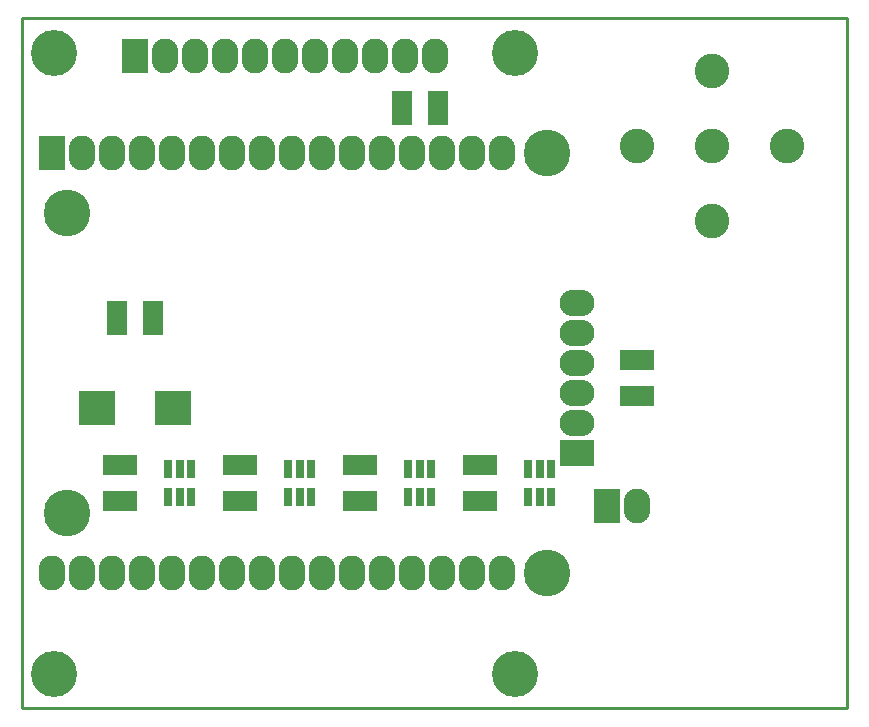
<source format=gbs>
G04 #@! TF.FileFunction,Soldermask,Bot*
%FSLAX46Y46*%
G04 Gerber Fmt 4.6, Leading zero omitted, Abs format (unit mm)*
G04 Created by KiCad (PCBNEW 4.1.0-alpha+201608211231+7083~46~ubuntu16.04.1-product) date Fri Aug 26 15:46:51 2016*
%MOMM*%
%LPD*%
G01*
G04 APERTURE LIST*
%ADD10C,0.100000*%
%ADD11C,0.228600*%
%ADD12R,1.670000X2.940000*%
%ADD13R,3.170000X2.950000*%
%ADD14R,2.940000X1.670000*%
%ADD15R,2.940000X2.254200*%
%ADD16O,2.940000X2.254200*%
%ADD17C,2.940000*%
%ADD18O,2.254200X2.940000*%
%ADD19R,2.254200X2.940000*%
%ADD20C,3.956000*%
%ADD21R,0.762000X1.534160*%
%ADD22C,3.900000*%
G04 APERTURE END LIST*
D10*
D11*
X143510000Y-70485000D02*
X73660000Y-70485000D01*
X143510000Y-128905000D02*
X143510000Y-70485000D01*
X73660000Y-128905000D02*
X143510000Y-128905000D01*
X73660000Y-70485000D02*
X73660000Y-128905000D01*
D12*
X81661000Y-95885000D03*
X84709000Y-95885000D03*
D13*
X79965000Y-103505000D03*
X86405000Y-103505000D03*
D12*
X105791000Y-78105000D03*
X108839000Y-78105000D03*
D14*
X125730000Y-99441000D03*
X125730000Y-102489000D03*
X112395000Y-111379000D03*
X112395000Y-108331000D03*
X102235000Y-111379000D03*
X102235000Y-108331000D03*
X92075000Y-111379000D03*
X92075000Y-108331000D03*
X81915000Y-111379000D03*
X81915000Y-108331000D03*
D15*
X120650000Y-107315000D03*
D16*
X120650000Y-104775000D03*
X120650000Y-102235000D03*
X120650000Y-99695000D03*
X120650000Y-97155000D03*
X120650000Y-94615000D03*
D17*
X132080000Y-81280000D03*
X132080000Y-74930000D03*
X132080000Y-87630000D03*
X125730000Y-81280000D03*
X138430000Y-81280000D03*
D18*
X78740000Y-81915000D03*
X81280000Y-81915000D03*
D19*
X76200000Y-81915000D03*
D18*
X83820000Y-81915000D03*
X86360000Y-81915000D03*
X88900000Y-81915000D03*
X91440000Y-81915000D03*
X93980000Y-81915000D03*
X96520000Y-81915000D03*
X99060000Y-81915000D03*
X101600000Y-81915000D03*
X104140000Y-81915000D03*
X106680000Y-81915000D03*
X109220000Y-81915000D03*
X111760000Y-81915000D03*
X114300000Y-81915000D03*
X114300000Y-117475000D03*
X111760000Y-117475000D03*
X109220000Y-117475000D03*
X106680000Y-117475000D03*
X104140000Y-117475000D03*
X101600000Y-117475000D03*
X99060000Y-117475000D03*
X96520000Y-117475000D03*
X93980000Y-117475000D03*
X91440000Y-117475000D03*
X88900000Y-117475000D03*
X86360000Y-117475000D03*
X83820000Y-117475000D03*
X81280000Y-117475000D03*
X78740000Y-117475000D03*
X76200000Y-117475000D03*
D20*
X77470000Y-86995000D03*
X77470000Y-112395000D03*
X118110000Y-117475000D03*
X118110000Y-81915000D03*
D18*
X125730000Y-111760000D03*
D19*
X123190000Y-111760000D03*
D21*
X116525040Y-108656120D03*
X117475000Y-108656120D03*
X118424960Y-108656120D03*
X118424960Y-111053880D03*
X117475000Y-111053880D03*
X116525040Y-111053880D03*
X106365040Y-108656120D03*
X107315000Y-108656120D03*
X108264960Y-108656120D03*
X108264960Y-111053880D03*
X107315000Y-111053880D03*
X106365040Y-111053880D03*
X96205040Y-108656120D03*
X97155000Y-108656120D03*
X98104960Y-108656120D03*
X98104960Y-111053880D03*
X97155000Y-111053880D03*
X96205040Y-111053880D03*
X86045040Y-108656120D03*
X86995000Y-108656120D03*
X87944960Y-108656120D03*
X87944960Y-111053880D03*
X86995000Y-111053880D03*
X86045040Y-111053880D03*
D22*
X76335000Y-73395000D03*
X115435000Y-73395000D03*
X115435000Y-125995000D03*
X76335000Y-125995000D03*
D19*
X83185000Y-73695000D03*
D18*
X85725000Y-73695000D03*
X88265000Y-73695000D03*
X90805000Y-73695000D03*
X93345000Y-73695000D03*
X95885000Y-73695000D03*
X98425000Y-73695000D03*
X100965000Y-73695000D03*
X103505000Y-73695000D03*
X106045000Y-73695000D03*
X108585000Y-73695000D03*
M02*

</source>
